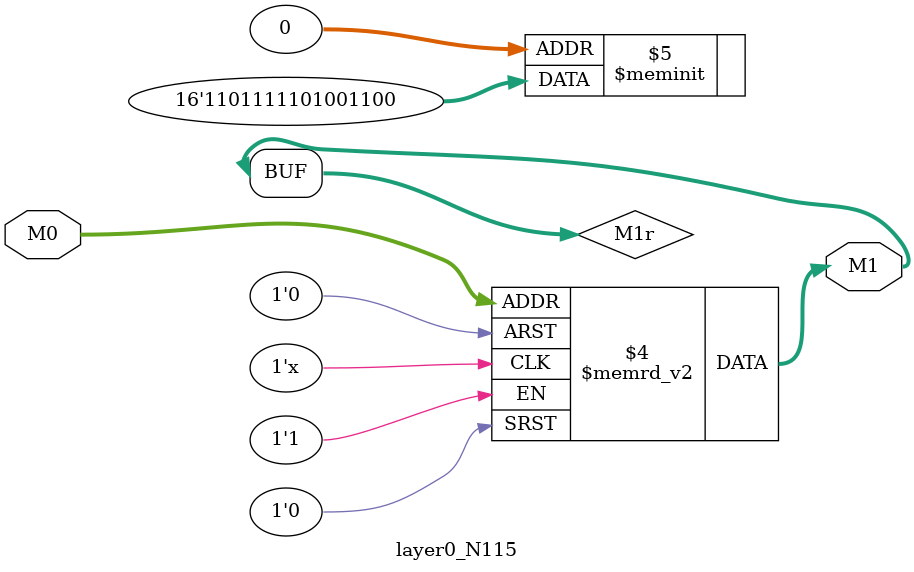
<source format=v>
module layer0_N115 ( input [2:0] M0, output [1:0] M1 );

	(*rom_style = "distributed" *) reg [1:0] M1r;
	assign M1 = M1r;
	always @ (M0) begin
		case (M0)
			3'b000: M1r = 2'b00;
			3'b100: M1r = 2'b11;
			3'b010: M1r = 2'b00;
			3'b110: M1r = 2'b01;
			3'b001: M1r = 2'b11;
			3'b101: M1r = 2'b11;
			3'b011: M1r = 2'b01;
			3'b111: M1r = 2'b11;

		endcase
	end
endmodule

</source>
